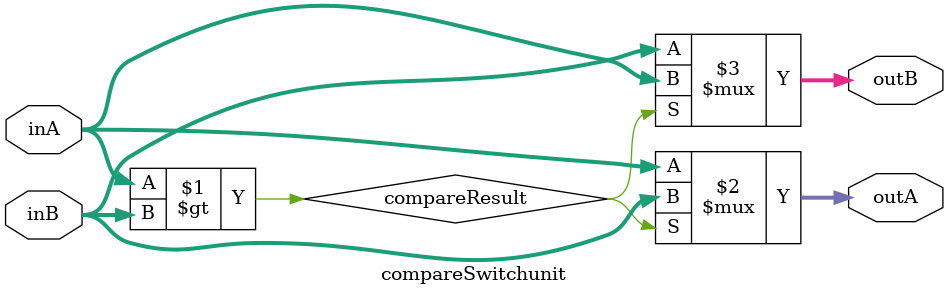
<source format=v>
module main #(
	parameter datawidth = 8,
	parameter arraylength = 128)
(
	clk,    // Clock
	rst,  // Asynchronous reset active low
	start,
	inputarray,
	outputarray,
	done,
	idle
);

input wire clk;    // Clock
input wire rst;  // Asynchronous reset active low
input wire start;
input wire [datawidth*arraylength - 1: 0] inputarray;
output wire [datawidth*arraylength - 1: 0] outputarray;

wire [datawidth - 1 :0] input_array[arraylength - 1: 0];
reg [datawidth - 1 :0] output_array[arraylength - 1: 0];


genvar j;
generate
	for (j = 0; j < arraylength;j = j + 1) begin 
		assign input_array[j] = inputarray[(j + 1)*datawidth - 1 : j*datawidth];
		assign outputarray[(j + 1)*datawidth - 1 : j*datawidth] = output_array[j];
	end
endgenerate



output reg done;
output wire idle;



parameter IDLE = 1'b0;
parameter BUSY = 1'b1;

reg state;
reg[$clog2(arraylength) - 1 : 0] counter;

assign idle = state;

always @(posedge clk or negedge rst) begin : proc_state
	if(~rst) begin
		state <= IDLE;
	end else begin
		if (start == 1'b1 && state == IDLE)
			state <= BUSY;
		else if (counter == arraylength - 1)
			state <= IDLE;
		else
			state <= state;
	end
end

always @(posedge clk or negedge rst) begin : proc_counter
	if(~rst) begin
		counter <= 0;
	end else begin
		if (state == BUSY)
			counter <= counter + 1;
		else
			counter <= counter;
	end
end

always @(posedge clk or negedge rst) begin : proc_done
	if(~rst) begin
		done <= 0;
	end else begin
		if (counter == arraylength - 1)
			done <= 1'b1;
		else
			done <= 1'b0;
	end
end


wire [datawidth - 1 :0] input_intermediate[arraylength - 1: 0]; 
wire [datawidth - 1 :0] output_intermediate[arraylength - 1: 0];
wire [datawidth - 1 :0] outputFromCSUnit[arraylength - 1: 0];




genvar i;

generate
	for (i = 0; i < arraylength; i = i + 2) begin: compare_switchUnit
		compareSwitchunit #(.datawidth(datawidth)) ins
		(
			.inA(output_intermediate[i]),
			.inB(output_intermediate[i + 1]),
			.outA(outputFromCSUnit[i]),
			.outB(outputFromCSUnit[i+1])
		);
	end
endgenerate



generate
	for (i = 0; i < arraylength; i = i + 1) begin : output_intermediate_assignment
		assign output_intermediate[i] = counter[0] ?  output_array[(i + 1)%arraylength]:  output_array[i]; 
		if (i > 0 && i < arraylength - 1)
			assign input_intermediate[i] = counter[0] ? outputFromCSUnit[i - 1]: outputFromCSUnit[i];
		if (i == 0)
			assign input_intermediate[i] = counter[0] ? output_array[i]: outputFromCSUnit[i];
		if (i == arraylength - 1)
			assign input_intermediate[i] = counter[0] ? output_array[i]: outputFromCSUnit[i];
	end
endgenerate



generate
	for(i = 0; i < arraylength; i = i + 1) begin : compare_switch
		always @(posedge clk or negedge rst) begin : proc_output_array
			if(~rst) begin
				output_array[i] <= 0;
			end else begin
				if (start == 1'b1 && state == IDLE)
					output_array[i] <= input_array[i];
				else if (state <= BUSY)
					output_array[i] <= input_intermediate[i]; 
				else 
					output_array[i] <= output_array[i];
			end
		end
	end
endgenerate


endmodule



module compareSwitchunit #(
	parameter datawidth = 8
	) 
(
	inA,    // Clock
	inB, // Clock Enable
	outA,
	outB	
);

input wire [datawidth - 1 : 0] inA;
input wire [datawidth - 1 : 0] inB;

output wire [datawidth - 1 : 0] outA; 
output wire [datawidth - 1 : 0] outB; 

wire compareResult;

assign compareResult = (inA > inB);

assign outA = compareResult ? inB: inA;
assign outB = compareResult ? inA: inB;

endmodule
</source>
